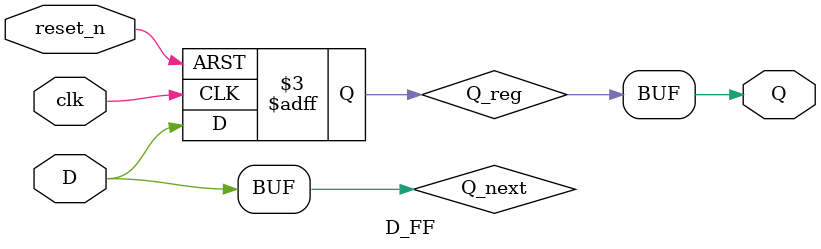
<source format=v>
`timescale 1ns / 1ps


module D_FF(
    input clk, reset_n,
    input D,
    output Q
    );
    
    reg Q_reg;
    wire Q_next;
    
    always @(posedge clk, negedge reset_n)
    begin
        if(~reset_n)
            Q_reg <= 'b0;
        else
            Q_reg <= Q_next;
    end
    
    //Next State Logic
    assign Q_next = D;
    
    //Output Logic
    assign Q = Q_reg;
endmodule

</source>
